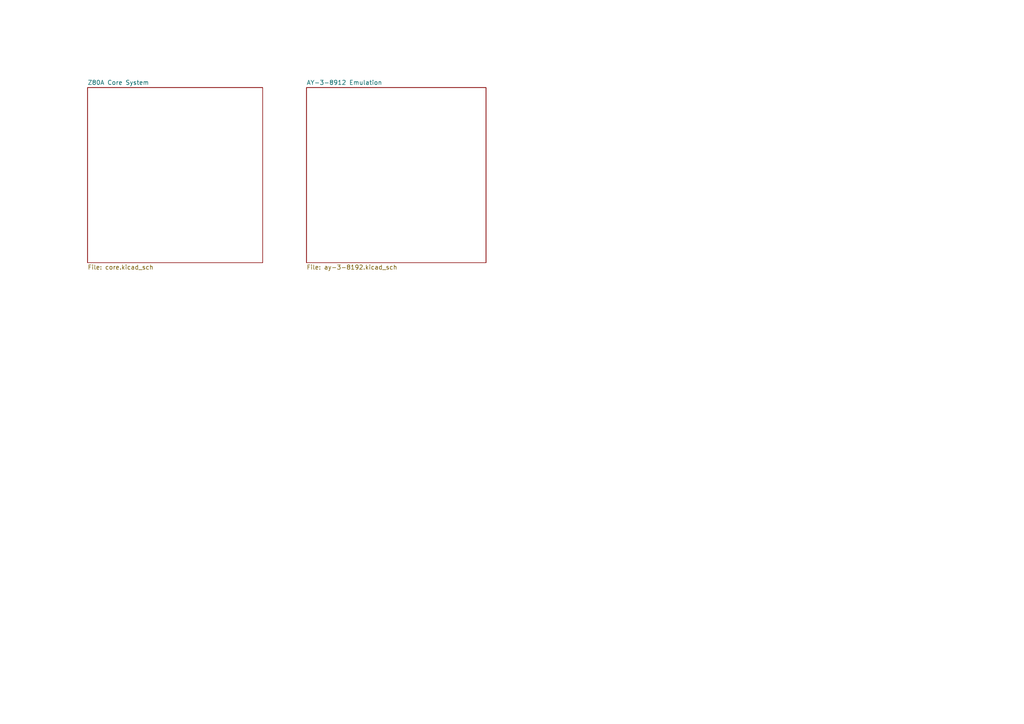
<source format=kicad_sch>
(kicad_sch (version 20230121) (generator eeschema)
  (paper "A4")
  (title_block (title "XANTRONIX Z128 Mainboard") (company "XANTRONIX Computer"))
  (lib_symbols)
  (sheet (at 88.9 25.4) (size 52.07 50.8) (stroke (width 0.1524))
    (property "Sheetname" "AY-3-8912 Emulation" (at 88.9 24.6884 0) (effects (justify left bottom)))
    (property "Sheetfile" "ay-3-8192.kicad_sch" (at 88.9 76.7846 0) (effects (justify left top)))
  )
  (sheet (at 25.4 25.4) (size 50.8 50.8) (stroke (width 0.1524))
    (property "Sheetname" "Z80A Core System" (at 25.4 24.6884 0) (effects (justify left bottom)))
    (property "Sheetfile" "core.kicad_sch" (at 25.4 76.7846 0) (effects (justify left top)))
  )
)
</source>
